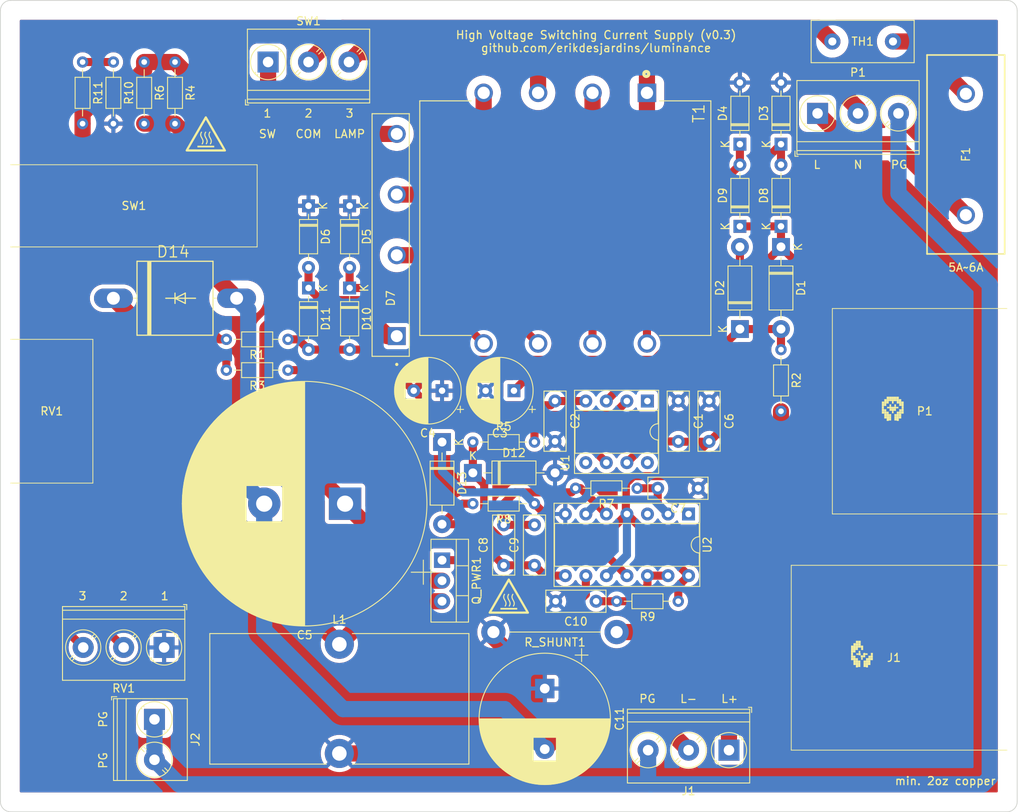
<source format=kicad_pcb>
(kicad_pcb (version 20211014) (generator pcbnew)
  (layers (0 "F.Cu" signal) (31 "B.Cu" signal) (34 "B.Paste" user) (35 "F.Paste" user) (36 "B.SilkS" user "B.Silkscreen") (37 "F.SilkS" user "F.Silkscreen") (38 "B.Mask" user) (39 "F.Mask" user) (44 "Edge.Cuts" user))
  (property "VERSION" "v0.3")
  (net 0 "")
  (net 1 "+12V")
  (net 2 "GNDPWR")
  (net 3 "-12V")
  (net 4 "+VDC")
  (net 5 "GNDS")
  (net 6 "NEUT")
  (net 7 "AC")
  (net 8 "Earth_Protective")
  (net 9 "Net-(C9-Pad1)")
  (net 13 "V_SINK")
  (net 14 "AC_SW")
  (net 15 "AC_FUSED")
  (net 16 "Net-(D1-Pad2)")
  (net 17 "VCC")
  (net 18 "Net-(R3-Pad2)")
  (net 19 "Net-(D3-Pad1)")
  (net 20 "Net-(R10-Pad1)")
  (net 21 "Net-(R1-Pad2)")
  (net 22 "AC_ICL")
  (net 23 "Net-(D4-Pad1)")
  (net 24 "Net-(R5-Pad2)")
  (net 25 "Net-(D10-Pad1)")
  (net 26 "Net-(D11-Pad1)")
  (net 27 "Net-(R3-Pad1)")
  (net 28 "Net-(D12-Pad1)")
  (net 29 "Net-(Q_PWR1-Pad1)")
  (net 32 "Net-(C7-Pad2)")
  (net 33 "Net-(C9-Pad2)")
  (net 34 "Net-(C10-Pad1)")
  (footprint "Diode_THT:D_DO-35_SOD27_P7.62mm_Horizontal" (layer "F.Cu") (at 176.53 68.58 90)
    (fp_text reference "D3")
    (fp_text value "1N4148")
  )
  (footprint "Diode_THT:D_DO-35_SOD27_P7.62mm_Horizontal" (layer "F.Cu") (at 176.53 78.74 90)
    (fp_text reference "D8")
    (fp_text value "1N4148")
  )
  (footprint "Capacitor_THT:C_Disc_D12.5mm_W5.0mm_P7.50mm" (layer "F.Cu") (at 190.38 55.88 180)
    (fp_text reference "TH1")
    (fp_text value "SL12 10006")
  )
  (footprint "Diode_THT:D_DO-41_SOD81_P10.16mm_Horizontal" (layer "F.Cu") (at 138.43 109.22)
    (fp_text reference "D12")
    (fp_text value "1N5817")
  )
  (footprint "TerminalBlock_Phoenix:TerminalBlock_Phoenix_PT-1,5-3-5.0-H_1x03_P5.00mm_Horizontal" (layer "F.Cu") (at 100.25 130.81 180)
    (fp_text reference "RV1")
    (fp_text value "10k")
  )
  (footprint "Diode_THT:D_DO-41_SOD81_P10.16mm_Horizontal" (layer "F.Cu") (at 134.62 105.41 -90)
    (fp_text reference "D13")
    (fp_text value "1N5817")
  )
  (footprint "Capacitor_THT:C_Rect_L7.2mm_W2.5mm_P5.00mm_FKS2_FKP2_MKS2_MKP2" (layer "F.Cu") (at 153.67 125.095 180)
    (fp_text reference "C10")
    (fp_text value "1n")
  )
  (footprint "Capacitor_THT:CP_Radial_D16.0mm_P7.50mm" (layer "F.Cu") (at 147.32 135.89 -90)
    (fp_text reference "C11")
    (fp_text value "100u")
  )
  (footprint "Capacitor_THT:CP_Radial_D8.0mm_P3.50mm" (layer "F.Cu") (at 143.51 99.06 180)
    (fp_text reference "C3")
    (fp_text value "100u")
  )
  (footprint "TerminalBlock_Phoenix:TerminalBlock_Phoenix_PT-1,5-3-5.0-H_1x03_P5.00mm_Horizontal" (layer "F.Cu") (at 170.1 143.51 180)
    (fp_text reference "J1")
    (fp_text value "AC_SOCKET")
  )
  (footprint "Custom_Footprints:XFMR_FS20-055-C2" (layer "F.Cu") (at 149.86 77.724 -90)
    (fp_text reference "T1")
    (fp_text value "FS20-055-C2")
  )
  (footprint "TerminalBlock_Phoenix:TerminalBlock_Phoenix_PT-1,5-3-5.0-H_1x03_P5.00mm_Horizontal" (layer "F.Cu") (at 113.11 58.42)
    (fp_text reference "SW1")
    (fp_text value "Screw_Terminal_01x03")
  )
  (footprint "Capacitor_THT:CP_Radial_D8.0mm_P3.50mm" (layer "F.Cu") (at 134.62 99.06 180)
    (fp_text reference "C4")
    (fp_text value "100u")
  )
  (footprint "Resistor_THT:R_Axial_DIN0204_L3.6mm_D1.6mm_P7.62mm_Horizontal" (layer "F.Cu") (at 158.75 111.125 180)
    (fp_text reference "R7")
    (fp_text value "10k")
  )
  (footprint "TerminalBlock_Phoenix:TerminalBlock_Phoenix_PT-1,5-2-5.0-H_1x02_P5.00mm_Horizontal" (layer "F.Cu") (at 99.06 139.7 -90)
    (fp_text reference "J2")
    (fp_text value "EARTH_CHASSIS")
  )
  (footprint "Capacitor_THT:C_Rect_L7.2mm_W2.5mm_P5.00mm_FKS2_FKP2_MKS2_MKP2" (layer "F.Cu") (at 146.05 120.65 90)
    (fp_text reference "C9")
    (fp_text value "1n")
  )
  (footprint "Package_TO_SOT_THT:TO-220-3_Vertical" (layer "F.Cu") (at 134.62 120.015 -90)
    (fp_text reference "Q_PWR1")
    (fp_text value "IRF200B211")
  )
  (footprint "Capacitor_THT:C_Rect_L7.2mm_W2.5mm_P5.00mm_FKS2_FKP2_MKS2_MKP2" (layer "F.Cu") (at 163.83 100.33 -90)
    (fp_text reference "C1")
    (fp_text value "100n")
  )
  (footprint "Package_DIP:DIP-8_W7.62mm_Socket" (layer "F.Cu") (at 160.01 100.34 -90)
    (fp_text reference "U1")
    (fp_text value "LM741")
  )
  (footprint "Resistor_THT:R_Axial_DIN0204_L3.6mm_D1.6mm_P7.62mm_Horizontal" (layer "F.Cu") (at 115.57 92.71 180)
    (fp_text reference "R1")
    (fp_text value "220k")
  )
  (footprint "Diode_THT:D_DO-35_SOD27_P7.62mm_Horizontal" (layer "F.Cu") (at 171.45 68.58 90)
    (fp_text reference "D4")
    (fp_text value "1N4148")
  )
  (footprint "Custom_Footprints:R_Shunt_Vishay_SR3_P15.24mm_Horizontal" (layer "F.Cu") (at 156.21 128.905 180)
    (fp_text reference "R_SHUNT1")
    (fp_text value "0.1")
  )
  (footprint "Resistor_THT:R_Axial_DIN0204_L3.6mm_D1.6mm_P7.62mm_Horizontal" (layer "F.Cu") (at 97.79 58.42 -90)
    (fp_text reference "R6")
    (fp_text value "220k")
  )
  (footprint "Resistor_THT:R_Axial_DIN0204_L3.6mm_D1.6mm_P7.62mm_Horizontal" (layer "F.Cu") (at 163.83 125.095 180)
    (fp_text reference "R9")
    (fp_text value "10k")
  )
  (footprint "Resistor_THT:R_Axial_DIN0204_L3.6mm_D1.6mm_P7.62mm_Horizontal" (layer "F.Cu") (at 138.43 105.41)
    (fp_text reference "R5")
    (fp_text value "10k")
  )
  (footprint "Diode_THT:D_DO-35_SOD27_P7.62mm_Horizontal" (layer "F.Cu") (at 123.19 86.36 -90)
    (fp_text reference "D10")
    (fp_text value "1N4148")
  )
  (footprint "Resistor_THT:R_Axial_DIN0204_L3.6mm_D1.6mm_P7.62mm_Horizontal" (layer "F.Cu") (at 146.05 113.03 180)
    (fp_text reference "R8")
    (fp_text value "1k")
  )
  (footprint "Capacitor_THT:C_Rect_L7.2mm_W2.5mm_P5.00mm_FKS2_FKP2_MKS2_MKP2" (layer "F.Cu") (at 142.24 120.65 90)
    (fp_text reference "C8")
    (fp_text value "1n")
  )
  (footprint "Capacitor_THT:CP_Radial_D30.0mm_P10.00mm_SnapIn" (layer "F.Cu") (at 122.627935 113.03 180)
    (fp_text reference "C5")
    (fp_text value "1000u")
  )
  (footprint "Custom_Silkscreen:Broken_Light" (layer "F.Cu") (at 186.69 132.08)
    (fp_text reference "G***")
    (fp_text value "LOGO" hide)
  )
  (footprint "TerminalBlock_Phoenix:TerminalBlock_Phoenix_PT-1,5-3-5.0-H_1x03_P5.00mm_Horizontal" (layer "F.Cu") (at 181.055 64.77)
    (fp_text reference "P1")
    (fp_text value "AC_PLUG")
  )
  (footprint "Custom_Silkscreen:Hot_Warning" (layer "F.Cu") (at 105.41 67.31)
    (fp_text reference "G***" hide)
    (fp_text value "LOGO" hide)
  )
  (footprint "Capacitor_THT:C_Rect_L7.2mm_W2.5mm_P5.00mm_FKS2_FKP2_MKS2_MKP2" (layer "F.Cu") (at 167.64 100.33 -90)
    (fp_text reference "C6")
    (fp_text value "100n")
  )
  (footprint "Diode_THT:D_DO-35_SOD27_P7.62mm_Horizontal" (layer "F.Cu") (at 171.45 78.74 90)
    (fp_text reference "D9")
    (fp_text value "1N4148")
  )
  (footprint "Custom_Silkscreen:Hot_Warning" (layer "F.Cu") (at 142.875 124.46)
    (fp_text reference "G***" hide)
    (fp_text value "LOGO" hide)
  )
  (footprint "Resistor_THT:R_Axial_DIN0204_L3.6mm_D1.6mm_P7.62mm_Horizontal" (layer "F.Cu") (at 101.6 58.42 -90)
    (fp_text reference "R4")
    (fp_text value "220k")
  )
  (footprint "Custom_Footprints:696106003002" (layer "F.Cu") (at 199.39 69.85 90)
    (fp_text reference "F1")
    (fp_text value "5A")
  )
  (footprint "Package_DIP:DIP-14_W7.62mm_Socket" (layer "F.Cu") (at 165.1 114.31 -90)
    (fp_text reference "U2")
    (fp_text value "ICM7556")
  )
  (footprint "Diode_THT:D_DO-41_SOD81_P10.16mm_Horizontal" (layer "F.Cu") (at 171.45 91.44 90)
    (fp_text reference "D2")
    (fp_text value "1N5817")
  )
  (footprint "Diode_THT:D_DO-35_SOD27_P7.62mm_Horizontal" (layer "F.Cu") (at 123.19 76.2 -90)
    (fp_text reference "D5")
    (fp_text value "1N4148")
  )
  (footprint "Resistor_THT:R_Axial_DIN0204_L3.6mm_D1.6mm_P7.62mm_Horizontal" (layer "F.Cu") (at 115.57 96.52 180)
    (fp_text reference "R3")
    (fp_text value "1k")
  )
  (footprint "Diode_THT:D_DO-35_SOD27_P7.62mm_Horizontal" (layer "F.Cu") (at 118.11 86.36 -90)
    (fp_text reference "D11")
    (fp_text value "1N4148")
  )
  (footprint "Custom_Silkscreen:Light" (layer "F.Cu") (at 190.5 101.6)
    (fp_text reference "G***")
    (fp_text value "LOGO" hide)
  )
  (footprint "Resistor_THT:R_Axial_DIN0204_L3.6mm_D1.6mm_P7.62mm_Horizontal" (layer "F.Cu") (at 93.98 58.42 -90)
    (fp_text reference "R10")
    (fp_text value "220k")
  )
  (footprint "Custom_Footprints:P600" (layer "F.Cu") (at 101.6 87.63)
    (fp_text reference "D14")
    (fp_text value "P600M-E3")
  )
  (footprint "Resistor_THT:R_Axial_DIN0204_L3.6mm_D1.6mm_P7.62mm_Horizontal" (layer "F.Cu") (at 176.53 93.98 -90)
    (fp_text reference "R2")
    (fp_text value "1k")
  )
  (footprint "Resistor_THT:R_Axial_DIN0204_L3.6mm_D1.6mm_P7.62mm_Horizontal" (layer "F.Cu") (at 90.17 58.42 -90)
    (fp_text reference "R11")
    (fp_text value "220k")
  )
  (footprint "Capacitor_THT:C_Rect_L7.2mm_W2.5mm_P5.00mm_FKS2_FKP2_MKS2_MKP2" (layer "F.Cu") (at 148.59 100.33 -90)
    (fp_text reference "C2")
    (fp_text value "100n")
  )
  (footprint "Inductor_THT:L_Toroid_Vertical_L31.8mm_W15.9mm_P13.50mm_Bourns_5700" (layer "F.Cu") (at 121.92 130.415)
    (fp_text reference "L1")
    (fp_text value "220u")
  )
  (footprint "Custom_Footprints:DIOB_TS50P07G" (layer "F.Cu") (at 129.02 92.31 90)
    (fp_text reference "D7")
    (fp_text value "TS50P07G")
  )
  (footprint "Capacitor_THT:C_Rect_L7.2mm_W2.5mm_P5.00mm_FKS2_FKP2_MKS2_MKP2" (layer "F.Cu") (at 166.29 111.125 180)
    (fp_text reference "C7")
    (fp_text value "1n")
  )
  (footprint "Diode_THT:D_DO-41_SOD81_P10.16mm_Horizontal" (layer "F.Cu") (at 176.53 81.28 -90)
    (fp_text reference "D1")
    (fp_text value "1N5817")
  )
  (footprint "Diode_THT:D_DO-35_SOD27_P7.62mm_Horizontal" (layer "F.Cu") (at 118.11 76.2 -90)
    (fp_text reference "D6")
    (fp_text value "1N4148")
  )
  (gr_line (start 111.76 81.28) (end 81.28 81.28) (layer "F.SilkS") (width 0.1))
  (gr_line (start 91.44 110.49) (end 81.28 110.49) (layer "F.SilkS") (width 0.1))
  (gr_line (start 204.47 143.51) (end 177.8 143.51) (layer "F.SilkS") (width 0.1))
  (gr_line (start 204.47 114.3) (end 182.88 114.3) (layer "F.SilkS") (width 0.1))
  (gr_line (start 177.8 143.51) (end 177.8 120.65) (layer "F.SilkS") (width 0.1))
  (gr_line (start 81.28 92.71) (end 91.44 92.71) (layer "F.SilkS") (width 0.1))
  (gr_line (start 177.8 120.65) (end 204.47 120.65) (layer "F.SilkS") (width 0.1))
  (gr_line (start 81.28 71.12) (end 111.76 71.12) (layer "F.SilkS") (width 0.1))
  (gr_line (start 182.88 88.9) (end 204.47 88.9) (layer "F.SilkS") (width 0.1))
  (gr_line (start 182.88 114.3) (end 182.88 88.9) (layer "F.SilkS") (width 0.1))
  (gr_line (start 91.44 92.71) (end 91.44 110.49) (layer "F.SilkS") (width 0.1))
  (gr_line (start 111.76 71.12) (end 111.76 81.28) (layer "F.SilkS") (width 0.1))
  (gr_arc (start 81.28 151.13) (mid 80.381974 150.758026) (end 80.01 149.86) (layer "Edge.Cuts") (width 0.1))
  (gr_line (start 81.28 50.8) (end 204.47 50.8) (layer "Edge.Cuts") (width 0.1))
  (gr_line (start 80.01 149.86) (end 80.01 52.07) (layer "Edge.Cuts") (width 0.1))
  (gr_arc (start 205.74 149.86) (mid 205.368026 150.758026) (end 204.47 151.13) (layer "Edge.Cuts") (width 0.1))
  (gr_line (start 204.47 151.13) (end 81.28 151.13) (layer "Edge.Cuts") (width 0.1))
  (gr_arc (start 204.47 50.8) (mid 205.368026 51.171974) (end 205.74 52.07) (layer "Edge.Cuts") (width 0.1))
  (gr_line (start 205.74 52.07) (end 205.74 149.86) (layer "Edge.Cuts") (width 0.1))
  (gr_arc (start 80.01 52.07) (mid 80.381974 51.171974) (end 81.28 50.8) (layer "Edge.Cuts") (width 0.1))
  (gr_text "J1" (at 190.5 132.08) (layer "F.SilkS") (effects (font (size 1 1))))
  (gr_text "2" (at 95.25 124.46) (layer "F.SilkS") (effects (font (size 1 1))))
  (gr_text "High Voltage Switching Current Supply (${VERSION})\ngithub.com/erikdesjardins/luminance" (at 153.67 55.88) (layer "F.SilkS") (effects (font (size 1 1))))
  (gr_text "PG" (at 92.71 144.78 90) (layer "F.SilkS") (effects (font (size 1 1))))
  (gr_text "1" (at 100.33 124.46) (layer "F.SilkS") (effects (font (size 1 1))))
  (gr_text "LAMP" (at 123.19 67.31) (layer "F.SilkS") (effects (font (size 1 1))))
  (gr_text "SW1" (at 96.52 76.2) (layer "F.SilkS") (effects (font (size 1 1))))
  (gr_text "3" (at 123.19 64.77) (layer "F.SilkS") (effects (font (size 1 1))))
  (gr_text "5A~6A" (at 199.39 83.82) (layer "F.SilkS") (effects (font (size 1 1))))
  (gr_text "PG" (at 160.02 137.16) (layer "F.SilkS") (effects (font (size 1 1))))
  (gr_text "SW" (at 113.03 67.31) (layer "F.SilkS") (effects (font (size 1 1))))
  (gr_text "COM\n" (at 118.11 67.31) (layer "F.SilkS") (effects (font (size 1 1))))
  (gr_text "RV1" (at 86.36 101.6) (layer "F.SilkS") (effects (font (size 1 1))))
  (gr_text "N" (at 186.055 71.12) (layer "F.SilkS") (effects (font (size 1 1))))
  (gr_text "1" (at 113.03 64.77) (layer "F.SilkS") (effects (font (size 1 1))))
  (gr_text "L-" (at 165.1 137.16) (layer "F.SilkS") (effects (font (size 1 1))))
  (gr_text "PG" (at 191.135 71.12) (layer "F.SilkS") (effects (font (size 1 1))))
  (gr_text "2" (at 118.11 64.77) (layer "F.SilkS") (effects (font (size 1 1))))
  (gr_text "P1" (at 194.31 101.6) (layer "F.SilkS") (effects (font (size 1 1))))
  (gr_text "min. 2oz copper" (at 196.85 147.32) (layer "F.SilkS") (effects (font (size 1 1))))
  (gr_text "3" (at 90.17 124.46) (layer "F.SilkS") (effects (font (size 1 1))))
  (gr_text "L+\n" (at 170.18 137.16) (layer "F.SilkS") (effects (font (size 1 1))))
  (gr_text "PG" (at 92.71 139.7 90) (layer "F.SilkS") (effects (font (size 1 1))))
  (gr_text "L" (at 180.975 71.12) (layer "F.SilkS") (effects (font (size 1 1))))
  (segment (start 167.64 105.33) (end 163.345 109.625) (width 1) (layer "F.Cu") (net 1))
  (segment (start 146.05 96.52) (end 143.51 99.06) (width 1) (layer "F.Cu") (net 1))
  (segment (start 155.68 116.11) (end 149.114415 116.11) (width 1) (layer "F.Cu") (net 1))
  (segment (start 157.48 114.31) (end 155.68 116.11) (width 1) (layer "F.Cu") (net 1))
  (segment (start 148.06 115.055585) (end 148.06 115.04) (width 1) (layer "F.Cu") (net 1))
  (segment (start 149.114415 116.11) (end 148.06 115.055585) (width 1) (layer "F.Cu") (net 1))
  (segment (start 161.29 96.52) (end 146.05 96.52) (width 1) (layer "F.Cu") (net 1))
  (segment (start 163.87 105.37) (end 163.83 105.33) (width 1) (layer "F.Cu") (net 1))
  (segment (start 179.07 83.82) (end 179.07 93.98) (width 1) (layer "F.Cu") (net 1))
  (segment (start 148.06 115.04) (end 146.05 113.03) (width 1) (layer "F.Cu") (net 1))
  (segment (start 171.45 78.74) (end 176.53 78.74) (width 1) (layer "F.Cu") (net 1))
  (segment (start 176.53 81.28) (end 179.07 83.82) (width 1) (layer "F.Cu") (net 1))
  (segment (start 179.07 93.98) (end 167.68 105.37) (width 1) (layer "F.Cu") (net 1))
  (segment (start 160.1 105.33) (end 157.47 107.96) (width 1) (layer "F.Cu") (net 1))
  (segment (start 167.64 105.37) (end 167.64 105.33) (width 1) (layer "F.Cu") (net 1))
  (segment (start 157.48 114.31) (end 165.1 121.93) (width 1) (layer "F.Cu") (net 1))
  (segment (start 157.760051 110.135051) (end 157.35 110.545101) (width 1) (layer "F.Cu") (net 1))
  (segment (start 163.345 109.625) (end 158.270102 109.625) (width 1) (layer "F.Cu") (net 1))
  (segment (start 167.68 105.37) (end 167.64 105.37) (width 1) (layer "F.Cu") (net 1))
  (segment (start 163.83 105.33) (end 160.1 105.33) (width 1) (layer "F.Cu") (net 1))
  (segment (start 167.64 105.37) (end 163.87 105.37) (width 1) (layer "F.Cu") (net 1))
  (segment (start 158.270102 109.625) (end 157.760051 110.135051) (width 1) (layer "F.Cu") (net 1))
  (segment (start 157.35 110.545101) (end 157.35 114.18) (width 1) (layer "F.Cu") (net 1))
  (segment (start 157.35 114.18) (end 157.48 114.31) (width 1) (layer "F.Cu") (net 1))
  (segment (start 158.170101 109.725) (end 157.760051 110.135051) (width 1) (layer "F.Cu") (net 1))
  (segment (start 163.83 125.095) (end 163.83 123.2) (width 1) (layer "F.Cu") (net 1))
  (segment (start 176.53 81.28) (end 161.29 96.52) (width 1) (layer "F.Cu") (net 1))
  (segment (start 176.53 78.74) (end 176.53 81.28) (width 1) (layer "F.Cu") (net 1))
  (segment (start 163.83 123.2) (end 165.1 121.93) (width 1) (layer "F.Cu") (net 1))
  (segment (start 157.48 114.31) (end 157.48 119.39) (width 1) (layer "B.Cu") (net 1))
  (segment (start 137.24 111.63) (end 134.62 109.01) (width 1) (layer "B.Cu") (net 1))
  (segment (start 144.65 111.63) (end 137.24 111.63) (width 1) (layer "B.Cu") (net 1))
  (segment (start 134.62 109.01) (end 134.62 105.41) (width 1) (layer "B.Cu") (net 1))
  (segment (start 157.48 119.39) (end 154.94 121.93) (width 1) (layer "B.Cu") (net 1))
  (segment (start 146.05 113.03) (end 144.65 111.63) (width 1) (layer "B.Cu") (net 1))
  (segment (start 110.49 67.31) (end 101.6 58.42) (width 2) (layer "F.Cu") (net 2))
  (segment (start 101.6 58.42) (end 97.79 58.42) (width 2) (layer "F.Cu") (net 2))
  (segment (start 94.969949 62.23) (end 92.71 62.23) (width 2) (layer "F.Cu") (net 2))
  (segment (start 150.5 140.21) (end 147.32 143.39) (width 2) (layer "F.Cu") (net 2))
  (segment (start 161.8 140.21) (end 150.5 140.21) (width 2) (layer "F.Cu") (net 2))
  (segment (start 92.71 62.23) (end 90.17 64.77) (width 2) (layer "F.Cu") (net 2))
  (segment (start 90.17 68.58) (end 109.22 87.63) (width 2) (layer "F.Cu") (net 2))
  (segment (start 129.02 67.31) (end 110.49 67.31) (width 2) (layer "F.Cu") (net 2))
  (segment (start 97.79 59.409949) (end 94.969949 62.23) (width 2) (layer "F.Cu") (net 2))
  (segment (start 90.17 64.77) (end 90.17 66.04) (width 2) (layer "F.Cu") (net 2))
  (segment (start 90.17 66.04) (end 90.17 68.58) (width 2) (layer "F.Cu") (net 2))
  (segment (start 165.1 143.51) (end 161.8 140.21) (width 2) (layer "F.Cu") (net 2))
  (segment (start 97.79 58.42) (end 97.79 59.409949) (width 2) (layer "F.Cu") (net 2))
  (segment (start 122.38587 138.43) (end 112.627935 128.672065) (width 2) (layer "B.Cu") (net 2))
  (segment (start 147.32 143.39) (end 142.36 138.43) (width 2) (layer "B.Cu") (net 2))
  (segment (start 109.22 87.63) (end 110.65 89.06) (width 2) (layer "B.Cu") (net 2))
  (segment (start 110.65 111.052065) (end 112.627935 113.03) (width 2) (layer "B.Cu") (net 2))
  (segment (start 110.65 89.06) (end 110.65 111.052065) (width 2) (layer "B.Cu") (net 2))
  (segment (start 142.36 138.43) (end 122.38587 138.43) (width 2) (layer "B.Cu") (net 2))
  (segment (start 112.627935 128.672065) (end 112.627935 113.03) (width 2) (layer "B.Cu") (net 2))
  (segment (start 148.06 100.86) (end 148.59 100.33) (width 1) (layer "F.Cu") (net 3))
  (segment (start 126.04 93.98) (end 131.12 99.06) (width 1) (layer "F.Cu") (net 3))
  (segment (start 132.92 100.86) (end 148.06 100.86) (width 1) (layer "F.Cu") (net 3))
  (segment (start 152.39 100.34) (end 148.6 100.34) (width 1) (layer "F.Cu") (net 3))
  (segment (start 148.6 100.34) (end 148.59 100.33) (width 1) (layer "F.Cu") (net 3))
  (segment (start 134.93 95.25) (end 131.12 99.06) (width 1) (layer "F.Cu") (net 3))
  (segment (start 148.59 100.33) (end 148.59 100.37) (width 1) (layer "F.Cu") (net 3))
  (segment (start 171.45 84.662944) (end 160.862944 95.25) (width 1) (layer "F.Cu") (net 3))
  (segment (start 116.84 92.71) (end 118.11 93.98) (width 1) (layer "F.Cu") (net 3))
  (segment (start 115.57 92.71) (end 116.84 92.71) (width 1) (layer "F.Cu") (net 3))
  (segment (start 123.19 93.98) (end 126.04 93.98) (width 1) (layer "F.Cu") (net 3))
  (segment (start 160.862944 95.25) (end 134.93 95.25) (width 1) (layer "F.Cu") (net 3))
  (segment (start 131.12 99.06) (end 132.92 100.86) (width 1) (layer "F.Cu") (net 3))
  (segment (start 118.11 93.98) (end 123.19 93.98) (width 1) (layer "F.Cu") (net 3))
  (segment (start 171.45 81.28) (end 171.45 84.662944) (width 1) (layer "F.Cu") (net 3))
  (segment (start 113.03 91.44) (end 113.03 103.432066) (width 2) (layer "F.Cu") (net 4))
  (segment (start 101.6 66.04) (end 97.79 66.04) (width 2) (layer "F.Cu") (net 4))
  (segment (start 132.152935 122.555) (end 122.627935 113.03) (width 2) (layer "F.Cu") (net 4))
  (segment (start 114.018967 104.421033) (end 122.627935 113.03) (width 2) (layer "F.Cu") (net 4))
  (segment (start 115.57 88.9) (end 113.03 91.44) (width 2) (layer "F.Cu") (net 4))
  (segment (start 129.02 92.31) (end 127.87 92.31) (width 2) (layer "F.Cu") (net 4))
  (segment (start 115.57 88.9) (end 115.57 80.01) (width 2) (layer "F.Cu") (net 4))
  (segment (start 113.03 103.432066) (end 114.018967 104.421033) (width 2) (layer "F.Cu") (net 4))
  (segment (start 125.73 90.17) (end 116.84 90.17) (width 2) (layer "F.Cu") (net 4))
  (segment (start 127.87 92.31) (end 125.73 90.17) (width 2) (layer "F.Cu") (net 4))
  (segment (start 116.84 90.17) (end 115.57 88.9) (width 2) (layer "F.Cu") (net 4))
  (segment (start 113.37 103.772065) (end 114.018967 104.421033) (width 2) (layer "F.Cu") (net 4))
  (segment (start 115.57 80.01) (end 101.6 66.04) (width 2) (layer "F.Cu") (net 4))
  (segment (start 134.62 122.555) (end 132.152935 122.555) (width 2) (layer "F.Cu") (net 4))
  (segment (start 140.97 129.54) (end 147.32 135.89) (width 2) (layer "F.Cu") (net 5))
  (segment (start 139.295 143.915) (end 147.32 135.89) (width 2) (layer "F.Cu") (net 5))
  (segment (start 140.97 128.905) (end 140.97 129.54) (width 2) (layer "F.Cu") (net 5))
  (segment (start 121.92 143.915) (end 139.295 143.915) (width 2) (layer "F.Cu") (net 5))
  (segment (start 124.33 57.2) (end 146.1 57.2) (width 2) (layer "F.Cu") (net 6))
  (segment (start 146.4945 62.23) (end 146.4945 57.5945) (width 2) (layer "F.Cu") (net 6))
  (segment (start 148.83 82.31) (end 129.02 82.31) (width 2) (layer "F.Cu") (net 6))
  (segment (start 159.9565 57.3135) (end 160.07 57.2) (width 2) (layer "F.Cu") (net 6))
  (segment (start 159.9565 71.1835) (end 148.83 82.31) (width 2) (layer "F.Cu") (net 6))
  (segment (start 123.11 58.42) (end 124.33 57.2) (width 2) (layer "F.Cu") (net 6))
  (segment (start 146.1 57.2) (end 160.07 57.2) (width 2) (layer "F.Cu") (net 6))
  (segment (start 159.9565 62.23) (end 159.9565 71.1835) (width 2) (layer "F.Cu") (net 6))
  (segment (start 159.9565 62.23) (end 159.9565 57.3135) (width 2) (layer "F.Cu") (net 6))
  (segment (start 179.07 57.2) (end 160.07 57.2) (width 2) (layer "F.Cu") (net 6))
  (segment (start 186.055 64.185) (end 179.07 57.2) (width 2) (layer "F.Cu") (net 6))
  (segment (start 146.4945 57.5945) (end 146.1 57.2) (width 2) (layer "F.Cu") (net 6))
  (segment (start 186.055 64.77) (end 186.055 64.185) (width 2) (layer "F.Cu") (net 6))
  (segment (start 199.39 77.35) (end 190.62 68.58) (width 2) (layer "F.Cu") (net 7))
  (segment (start 184.865 68.58) (end 181.055 64.77) (width 2) (layer "F.Cu") (net 7))
  (segment (start 190.62 68.58) (end 184.865 68.58) (width 2) (layer "F.Cu") (net 7))
  (segment (start 201.52 147.73) (end 160.43 147.73) (width 2) (layer "B.Cu") (net 8))
  (segment (start 202.34 146.91) (end 201.52 147.73) (width 2) (layer "B.Cu") (net 8))
  (segment (start 160.1 147.4) (end 160.43 147.73) (width 2) (layer "B.Cu") (net 8))
  (segment (start 102.09 147.73) (end 99.06 144.7) (width 2) (layer "B.Cu") (net 8))
  (segment (start 191.055 74.665) (end 202.34 85.95) (width 2) (layer "B.Cu") (net 8))
  (segment (start 160.43 147.73) (end 102.09 147.73) (width 2) (layer "B.Cu") (net 8))
  (segment (start 160.1 143.51) (end 160.1 147.4) (width 2) (layer "B.Cu") (net 8))
  (segment (start 99.06 139.7) (end 99.06 144.7) (width 2) (layer "B.Cu") (net 8))
  (segment (start 202.34 85.95) (end 202.34 146.91) (width 2) (layer "B.Cu") (net 8))
  (segment (start 191.055 64.77) (end 191.055 74.665) (width 2) (layer "B.Cu") (net 8))
  (segment (start 147.33 121.93) (end 149.86 121.93) (width 1) (layer "F.Cu") (net 9))
  (segment (start 146.05 120.65) (end 142.24 120.65) (width 1) (layer "F.Cu") (net 9))
  (segment (start 146.05 120.65) (end 147.33 121.93) (width 1) (layer "F.Cu") (net 9))
  (segment (start 137.16 113.03) (end 134.62 115.57) (width 1) (layer "F.Cu") (net 9))
  (segment (start 142.24 120.65) (end 137.16 115.57) (width 1) (layer "F.Cu") (net 9))
  (segment (start 138.43 113.03) (end 137.16 113.03) (width 1) (layer "F.Cu") (net 9))
  (segment (start 137.16 115.57) (end 134.62 115.57) (width 1) (layer "F.Cu") (net 9))
  (segment (start 127.24 125.095) (end 121.92 130.415) (width 2) (layer "F.Cu") (net 13))
  (segment (start 104.14 97.79) (end 104.14 112.635) (width 2) (layer "F.Cu") (net 13))
  (segment (start 104.14 112.635) (end 121.92 130.415) (width 2) (layer "F.Cu") (net 13))
  (segment (start 93.98 87.63) (end 104.14 97.79) (width 2) (layer "F.Cu") (net 13))
  (segment (start 134.62 125.095) (end 127.24 125.095) (width 2) (layer "F.Cu") (net 13))
  (segment (start 132.2 74.81) (end 129.02 74.81) (width 2) (layer "F.Cu") (net 14))
  (segment (start 132.08 63.5) (end 134.62 66.04) (width 2) (layer "F.Cu") (net 14))
  (segment (start 139.7635 67.2465) (end 139.7635 62.23) (width 2) (layer "F.Cu") (net 14))
  (segment (start 139.7 67.31) (end 139.7635 67.2465) (width 2) (layer "F.Cu") (net 14))
  (segment (start 153.2255 65.5955) (end 151.511 67.31) (width 2) (layer "F.Cu") (net 14))
  (segment (start 113.11 61.675) (end 114.935 63.5) (width 2) (layer "F.Cu") (net 14))
  (segment (start 113.11 58.42) (end 113.11 61.675) (width 2) (layer "F.Cu") (net 14))
  (segment (start 134.62 67.31) (end 134.62 72.39) (width 2) (layer "F.Cu") (net 14))
  (segment (start 153.2255 62.23) (end 153.2255 65.5955) (width 2) (layer "F.Cu") (net 14))
  (segment (start 134.62 66.04) (end 134.62 67.31) (width 2) (layer "F.Cu") (net 14))
  (segment (start 114.935 63.5) (end 132.08 63.5) (width 2) (layer "F.Cu") (net 14))
  (segment (start 151.511 67.31) (end 139.7 67.31) (width 2) (layer "F.Cu") (net 14))
  (segment (start 139.7 67.31) (end 134.62 67.31) (width 2) (layer "F.Cu") (net 14))
  (segment (start 134.62 72.39) (end 132.2 74.81) (width 2) (layer "F.Cu") (net 14))
  (segment (start 192.92 55.88) (end 199.39 62.35) (width 2) (layer "F.Cu") (net 15))
  (segment (start 190.38 55.88) (end 192.92 55.88) (width 2) (layer "F.Cu") (net 15))
  (segment (start 157.48 97.79) (end 154.93 100.34) (width 1) (layer "F.Cu") (net 16))
  (segment (start 171.45 91.44) (end 165.1 97.79) (width 1) (layer "F.Cu") (net 16))
  (segment (start 176.53 91.44) (end 176.53 93.98) (width 1) (layer "F.Cu") (net 16))
  (segment (start 171.45 91.44) (end 176.53 91.44) (width 1) (layer "F.Cu") (net 16))
  (segment (start 165.1 97.79) (end 157.48 97.79) (width 1) (layer "F.Cu") (net 16))
  (segment (start 176.53 116.84) (end 164.465 128.905) (width 2) (layer "F.Cu") (net 17))
  (segment (start 176.53 101.6) (end 176.53 116.84) (width 2) (layer "F.Cu") (net 17))
  (segment (start 164.465 128.905) (end 163.195 128.905) (width 2) (layer "F.Cu") (net 17))
  (segment (start 164.465 128.905) (end 170.1 134.54) (width 2) (layer "F.Cu") (net 17))
  (segment (start 170.1 134.54) (end 170.1 143.51) (width 2) (layer "F.Cu") (net 17))
  (segment (start 156.21 128.905) (end 163.195 128.905) (width 2) (layer "F.Cu") (net 17))
  (segment (start 107.95 95.25) (end 107.95 96.52) (width 1) (layer "F.Cu") (net 18))
  (segment (start 88.9 86.787056) (end 91.867056 83.82) (width 1) (layer "F.Cu") (net 18))
  (segment (start 88.9 124.46) (end 88.9 86.787056) (width 1) (layer "F.Cu") (net 18))
  (segment (start 95.25 130.81) (end 88.9 124.46) (width 1) (layer "F.Cu") (net 18))
  (segment (start 96.52 83.82) (end 107.95 95.25) (width 1) (layer "F.Cu") (net 18))
  (segment (start 91.867056 83.82) (end 96.52 83.82) (width 1) (layer "F.Cu") (net 18))
  (segment (start 176.53 68.58) (end 159.9565 85.1535) (width 1) (layer "F.Cu") (net 19))
  (segment (start 159.9565 85.1535) (end 159.9565 93.218) (width 1) (layer "F.Cu") (net 19))
  (segment (start 176.53 68.58) (end 176.53 71.12) (width 1) (layer "F.Cu") (net 19))
  (segment (start 90.17 58.42) (end 93.98 58.42) (width 1) (layer "F.Cu") (net 20))
  (segment (start 87.63 128.19) (end 90.25 130.81) (width 1) (layer "F.Cu") (net 21))
  (segment (start 96.947056 82.55) (end 91.44 82.55) (width 1) (layer "F.Cu") (net 21))
  (segment (start 87.63 86.36) (end 87.63 128.19) (width 1) (layer "F.Cu") (net 21))
  (segment (start 91.44 82.55) (end 87.63 86.36) (width 1) (layer "F.Cu") (net 21))
  (segment (start 107.95 92.71) (end 107.107056 92.71) (width 1) (layer "F.Cu") (net 21))
  (segment (start 107.107056 92.71) (end 96.947056 82.55) (width 1) (layer "F.Cu") (net 21))
  (segment (start 118.11 58.42) (end 122.33 54.2) (width 2) (layer "F.Cu") (net 22))
  (segment (start 122.33 54.2) (end 181.2 54.2) (width 2) (layer "F.Cu") (net 22))
  (segment (start 181.2 54.2) (end 182.88 55.88) (width 2) (layer "F.Cu") (net 22))
  (segment (start 171.45 68.58) (end 171.45 71.12) (width 1) (layer "F.Cu") (net 23))
  (segment (start 153.2255 89.3445) (end 171.45 71.12) (width 1) (layer "F.Cu") (net 23))
  (segment (start 153.2255 93.218) (end 153.2255 89.3445) (width 1) (layer "F.Cu") (net 23))
  (segment (start 146.66 103.53) (end 150.5 103.53) (width 1) (layer "F.Cu") (net 24))
  (segment (start 154.93 107.96) (end 150.5 103.53) (width 1) (layer "F.Cu") (net 24))
  (segment (start 146.05 105.41) (end 146.05 104.14) (width 1) (layer "F.Cu") (net 24))
  (segment (start 146.05 104.14) (end 146.66 103.53) (width 1) (layer "F.Cu") (net 24))
  (segment (start 123.19 83.82) (end 123.19 86.36) (width 1) (layer "F.Cu") (net 25))
  (segment (start 123.19 86.36) (end 139.6365 86.36) (width 1) (layer "F.Cu") (net 25))
  (segment (start 139.6365 86.36) (end 146.4945 93.218) (width 1) (layer "F.Cu") (net 25))
  (segment (start 134.4055 87.86) (end 139.7635 93.218) (width 1) (layer "F.Cu") (net 26))
  (segment (start 119.61 87.86) (end 134.4055 87.86) (width 1) (layer "F.Cu") (net 26))
  (segment (start 118.11 83.82) (end 118.11 86.36) (width 1) (layer "F.Cu") (net 26))
  (segment (start 118.11 86.36) (end 119.61 87.86) (width 1) (layer "F.Cu") (net 26))
  (segment (start 125.73 96.52) (end 115.57 96.52) (width 1) (layer "F.Cu") (net 27))
  (segment (start 157.47 100.34) (end 155.75 102.06) (width 1) (layer "F.Cu") (net 27))
  (segment (start 131.27 102.06) (end 125.73 96.52) (width 1) (layer "F.Cu") (net 27))
  (segment (start 155.75 102.06) (end 131.27 102.06) (width 1) (layer "F.Cu") (net 27))
  (segment (start 139.83 110.62) (end 139.83 115.361321) (width 1) (layer "F.Cu") (net 28))
  (segment (start 142.578679 118.11) (end 153.66 118.11) (width 1) (layer "F.Cu") (net 28))
  (segment (start 139.83 115.361321) (end 142.578679 118.11) (width 1) (layer "F.Cu") (net 28))
  (segment (start 153.66 118.11) (end 157.48 121.93) (width 1) (layer "F.Cu") (net 28))
  (segment (start 138.43 109.22) (end 139.83 110.62) (width 1) (layer "F.Cu") (net 28))
  (segment (start 138.43 105.41) (end 138.43 109.22) (width 1) (layer "F.Cu") (net 28))
  (segment (start 152.4 121.93) (end 152.4 124.243679) (width 1) (layer "F.Cu") (net 29))
  (segment (start 152.4 124.243679) (end 149.64368 127) (width 1) (layer "F.Cu") (net 29))
  (segment (start 137.795 120.015) (end 144.78 127) (width 1) (layer "F.Cu") (net 29))
  (segment (start 134.62 120.015) (end 137.795 120.015) (width 1) (layer "F.Cu") (net 29))
  (segment (start 144.78 127) (end 149.64368 127) (width 1) (layer "F.Cu") (net 29))
  (segment (start 161.29 113.04) (end 162.56 114.31) (width 1) (layer "F.Cu") (net 32))
  (segment (start 161.29 111.125) (end 161.29 113.04) (width 1) (layer "F.Cu") (net 32))
  (segment (start 158.75 111.125) (end 161.29 111.125) (width 1) (layer "F.Cu") (net 32))
  (segment (start 160.775 112.525) (end 162.56 114.31) (width 1) (layer "B.Cu") (net 32))
  (segment (start 154.185 112.525) (end 160.775 112.525) (width 1) (layer "B.Cu") (net 32))
  (segment (start 152.4 114.31) (end 154.185 112.525) (width 1) (layer "B.Cu") (net 32))
  (segment (start 142.24 115.65) (end 142.24 113.03) (width 1) (layer "F.Cu") (net 33))
  (segment (start 143.64 111.63) (end 150.625 111.63) (width 1) (layer "F.Cu") (net 33))
  (segment (start 150.625 111.63) (end 151.13 111.125) (width 1) (layer "F.Cu") (net 33))
  (segment (start 151.755 111.125) (end 154.94 114.31) (width 1) (layer "F.Cu") (net 33))
  (segment (start 142.24 113.03) (end 143.64 111.63) (width 1) (layer "F.Cu") (net 33))
  (segment (start 146.05 115.65) (end 142.24 115.65) (width 1) (layer "F.Cu") (net 33))
  (segment (start 151.13 111.125) (end 151.755 111.125) (width 1) (layer "F.Cu") (net 33))
  (segment (start 162.56 121.93) (end 160.02 121.93) (width 1) (layer "F.Cu") (net 34))
  (segment (start 156.21 125.095) (end 153.67 125.095) (width 1) (layer "F.Cu") (net 34))
  (segment (start 160.02 123.19) (end 158.115 125.095) (width 1) (layer "F.Cu") (net 34))
  (segment (start 158.115 125.095) (end 156.21 125.095) (width 1) (layer "F.Cu") (net 34))
  (segment (start 160.02 121.93) (end 160.02 123.19) (width 1) (layer "F.Cu") (net 34))
  (zone (net 5) (net_name "GNDS") (layer "F.Cu") (connect_pads (clearance 0.508)) (min_thickness 0.254) (fill yes (thermal_gap 0.5) (thermal_bridge_width 0.5))
    (polygon (pts (xy 205.74 151.13) (xy 80.01 151.13) (xy 80.01 50.8) (xy 205.74 50.8)))
  )
  (zone (net 5) (net_name "GNDS") (layer "B.Cu") (connect_pads (clearance 0.508)) (min_thickness 0.254) (fill yes (thermal_gap 0.5) (thermal_bridge_width 0.5))
    (polygon (pts (xy 205.74 151.13) (xy 80.01 151.13) (xy 80.01 50.8) (xy 205.74 50.8)))
  )
)
</source>
